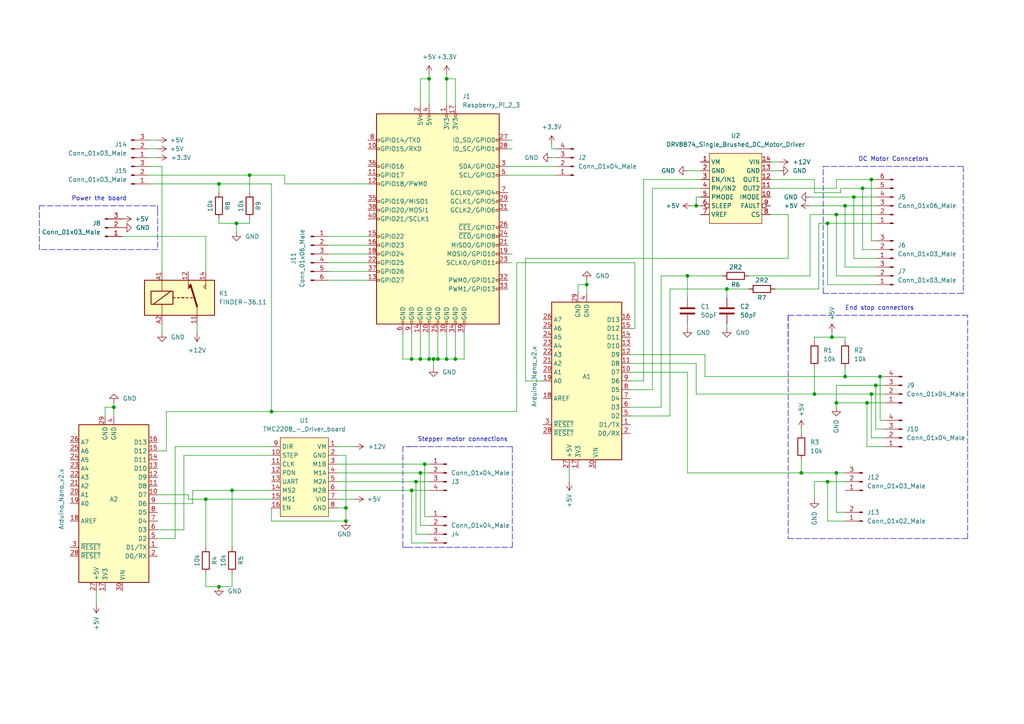
<source format=kicad_sch>
(kicad_sch (version 20211123) (generator eeschema)
  (paper "A4")
  (lib_symbols
    (symbol "Connector:Conn_01x02_Male" (pin_names (offset 1.016) hide)
      (property "Reference" "J" (at 0 2.54 0))
      (property "Value" "Conn_01x02_Male" (at 0 -5.08 0))
      (symbol "Conn_01x02_Male_1_1"
        (polyline (pts (xy 1.27 -2.54) (xy 0.8636 -2.54)) (stroke (width 0.1524)))
        (polyline (pts (xy 1.27 0) (xy 0.8636 0)) (stroke (width 0.1524)))
        (rectangle (start 0.8636 -2.413) (end 0 -2.667) (stroke (width 0.1524)) (fill (type outline)))
        (rectangle (start 0.8636 0.127) (end 0 -0.127) (stroke (width 0.1524)) (fill (type outline)))
        (pin passive line (at 5.08 0 180) (length 3.81) (name "Pin_1") (number "1"))
        (pin passive line (at 5.08 -2.54 180) (length 3.81) (name "Pin_2") (number "2"))
      )
    )
    (symbol "Connector:Conn_01x03_Male" (pin_names (offset 1.016) hide)
      (property "Reference" "J" (at 0 5.08 0))
      (property "Value" "Conn_01x03_Male" (at 0 -5.08 0))
      (symbol "Conn_01x03_Male_1_1"
        (polyline (pts (xy 1.27 -2.54) (xy 0.8636 -2.54)) (stroke (width 0.1524)))
        (polyline (pts (xy 1.27 0) (xy 0.8636 0)) (stroke (width 0.1524)))
        (polyline (pts (xy 1.27 2.54) (xy 0.8636 2.54)) (stroke (width 0.1524)))
        (rectangle (start 0.8636 -2.413) (end 0 -2.667) (stroke (width 0.1524)) (fill (type outline)))
        (rectangle (start 0.8636 0.127) (end 0 -0.127) (stroke (width 0.1524)) (fill (type outline)))
        (rectangle (start 0.8636 2.667) (end 0 2.413) (stroke (width 0.1524)) (fill (type outline)))
        (pin passive line (at 5.08 2.54 180) (length 3.81) (name "Pin_1") (number "1"))
        (pin passive line (at 5.08 0 180) (length 3.81) (name "Pin_2") (number "2"))
        (pin passive line (at 5.08 -2.54 180) (length 3.81) (name "Pin_3") (number "3"))
      )
    )
    (symbol "Connector:Conn_01x04_Male" (pin_names (offset 1.016) hide)
      (property "Reference" "J" (at 0 5.08 0))
      (property "Value" "Conn_01x04_Male" (at 0 -7.62 0))
      (symbol "Conn_01x04_Male_1_1"
        (polyline (pts (xy 1.27 -5.08) (xy 0.8636 -5.08)) (stroke (width 0.1524)))
        (polyline (pts (xy 1.27 -2.54) (xy 0.8636 -2.54)) (stroke (width 0.1524)))
        (polyline (pts (xy 1.27 0) (xy 0.8636 0)) (stroke (width 0.1524)))
        (polyline (pts (xy 1.27 2.54) (xy 0.8636 2.54)) (stroke (width 0.1524)))
        (rectangle (start 0.8636 -4.953) (end 0 -5.207) (stroke (width 0.1524)) (fill (type outline)))
        (rectangle (start 0.8636 -2.413) (end 0 -2.667) (stroke (width 0.1524)) (fill (type outline)))
        (rectangle (start 0.8636 0.127) (end 0 -0.127) (stroke (width 0.1524)) (fill (type outline)))
        (rectangle (start 0.8636 2.667) (end 0 2.413) (stroke (width 0.1524)) (fill (type outline)))
        (pin passive line (at 5.08 2.54 180) (length 3.81) (name "Pin_1") (number "1"))
        (pin passive line (at 5.08 0 180) (length 3.81) (name "Pin_2") (number "2"))
        (pin passive line (at 5.08 -2.54 180) (length 3.81) (name "Pin_3") (number "3"))
        (pin passive line (at 5.08 -5.08 180) (length 3.81) (name "Pin_4") (number "4"))
      )
    )
    (symbol "Connector:Conn_01x06_Male" (pin_names (offset 1.016) hide)
      (property "Reference" "J" (at 0 7.62 0))
      (property "Value" "Conn_01x06_Male" (at 0 -10.16 0))
      (symbol "Conn_01x06_Male_1_1"
        (polyline (pts (xy 1.27 -7.62) (xy 0.8636 -7.62)) (stroke (width 0.1524)))
        (polyline (pts (xy 1.27 -5.08) (xy 0.8636 -5.08)) (stroke (width 0.1524)))
        (polyline (pts (xy 1.27 -2.54) (xy 0.8636 -2.54)) (stroke (width 0.1524)))
        (polyline (pts (xy 1.27 0) (xy 0.8636 0)) (stroke (width 0.1524)))
        (polyline (pts (xy 1.27 2.54) (xy 0.8636 2.54)) (stroke (width 0.1524)))
        (polyline (pts (xy 1.27 5.08) (xy 0.8636 5.08)) (stroke (width 0.1524)))
        (rectangle (start 0.8636 -7.493) (end 0 -7.747) (stroke (width 0.1524)) (fill (type outline)))
        (rectangle (start 0.8636 -4.953) (end 0 -5.207) (stroke (width 0.1524)) (fill (type outline)))
        (rectangle (start 0.8636 -2.413) (end 0 -2.667) (stroke (width 0.1524)) (fill (type outline)))
        (rectangle (start 0.8636 0.127) (end 0 -0.127) (stroke (width 0.1524)) (fill (type outline)))
        (rectangle (start 0.8636 2.667) (end 0 2.413) (stroke (width 0.1524)) (fill (type outline)))
        (rectangle (start 0.8636 5.207) (end 0 4.953) (stroke (width 0.1524)) (fill (type outline)))
        (pin passive line (at 5.08 5.08 180) (length 3.81) (name "Pin_1") (number "1"))
        (pin passive line (at 5.08 2.54 180) (length 3.81) (name "Pin_2") (number "2"))
        (pin passive line (at 5.08 0 180) (length 3.81) (name "Pin_3") (number "3"))
        (pin passive line (at 5.08 -2.54 180) (length 3.81) (name "Pin_4") (number "4"))
        (pin passive line (at 5.08 -5.08 180) (length 3.81) (name "Pin_5") (number "5"))
        (pin passive line (at 5.08 -7.62 180) (length 3.81) (name "Pin_6") (number "6"))
      )
    )
    (symbol "Connector:Raspberry_Pi_2_3" (pin_names (offset 1.016))
      (property "Reference" "J" (at -17.78 31.75 0))
      (property "Value" "Raspberry_Pi_2_3" (at 10.16 -31.75 0))
      (symbol "Raspberry_Pi_2_3_0_1"
        (rectangle (start -17.78 30.48) (end 17.78 -30.48) (stroke (width 0.254)) (fill (type background)))
      )
      (symbol "Raspberry_Pi_2_3_1_1"
        (rectangle (start -16.891 -17.526) (end -17.78 -18.034))
        (rectangle (start -16.891 -14.986) (end -17.78 -15.494))
        (rectangle (start -16.891 -12.446) (end -17.78 -12.954))
        (rectangle (start -16.891 -9.906) (end -17.78 -10.414))
        (rectangle (start -16.891 -7.366) (end -17.78 -7.874))
        (rectangle (start -16.891 -4.826) (end -17.78 -5.334))
        (rectangle (start -16.891 0.254) (end -17.78 -0.254))
        (rectangle (start -16.891 2.794) (end -17.78 2.286))
        (rectangle (start -16.891 5.334) (end -17.78 4.826))
        (rectangle (start -16.891 10.414) (end -17.78 9.906))
        (rectangle (start -16.891 12.954) (end -17.78 12.446))
        (rectangle (start -16.891 15.494) (end -17.78 14.986))
        (rectangle (start -16.891 20.574) (end -17.78 20.066))
        (rectangle (start -16.891 23.114) (end -17.78 22.606))
        (rectangle (start -10.414 -29.591) (end -9.906 -30.48))
        (rectangle (start -7.874 -29.591) (end -7.366 -30.48))
        (rectangle (start -5.334 -29.591) (end -4.826 -30.48))
        (rectangle (start -5.334 30.48) (end -4.826 29.591))
        (rectangle (start -2.794 -29.591) (end -2.286 -30.48))
        (rectangle (start -2.794 30.48) (end -2.286 29.591))
        (rectangle (start -0.254 -29.591) (end 0.254 -30.48))
        (rectangle (start 2.286 -29.591) (end 2.794 -30.48))
        (rectangle (start 2.286 30.48) (end 2.794 29.591))
        (rectangle (start 4.826 -29.591) (end 5.334 -30.48))
        (rectangle (start 4.826 30.48) (end 5.334 29.591))
        (rectangle (start 7.366 -29.591) (end 7.874 -30.48))
        (rectangle (start 17.78 -20.066) (end 16.891 -20.574))
        (rectangle (start 17.78 -17.526) (end 16.891 -18.034))
        (rectangle (start 17.78 -12.446) (end 16.891 -12.954))
        (rectangle (start 17.78 -9.906) (end 16.891 -10.414))
        (rectangle (start 17.78 -7.366) (end 16.891 -7.874))
        (rectangle (start 17.78 -4.826) (end 16.891 -5.334))
        (rectangle (start 17.78 -2.286) (end 16.891 -2.794))
        (rectangle (start 17.78 2.794) (end 16.891 2.286))
        (rectangle (start 17.78 5.334) (end 16.891 4.826))
        (rectangle (start 17.78 7.874) (end 16.891 7.366))
        (rectangle (start 17.78 12.954) (end 16.891 12.446))
        (rectangle (start 17.78 15.494) (end 16.891 14.986))
        (rectangle (start 17.78 20.574) (end 16.891 20.066))
        (rectangle (start 17.78 23.114) (end 16.891 22.606))
        (pin power_in line (at 2.54 33.02 270) (length 2.54) (name "3V3") (number "1"))
        (pin bidirectional line (at -20.32 20.32 0) (length 2.54) (name "GPIO15/RXD") (number "10"))
        (pin bidirectional line (at -20.32 12.7 0) (length 2.54) (name "GPIO17") (number "11"))
        (pin bidirectional line (at -20.32 10.16 0) (length 2.54) (name "GPIO18/PWM0") (number "12"))
        (pin bidirectional line (at -20.32 -17.78 0) (length 2.54) (name "GPIO27") (number "13"))
        (pin power_in line (at -5.08 -33.02 90) (length 2.54) (name "GND") (number "14"))
        (pin bidirectional line (at -20.32 -5.08 0) (length 2.54) (name "GPIO22") (number "15"))
        (pin bidirectional line (at -20.32 -7.62 0) (length 2.54) (name "GPIO23") (number "16"))
        (pin power_in line (at 5.08 33.02 270) (length 2.54) (name "3V3") (number "17"))
        (pin bidirectional line (at -20.32 -10.16 0) (length 2.54) (name "GPIO24") (number "18"))
        (pin bidirectional line (at 20.32 -10.16 180) (length 2.54) (name "MOSI0/GPIO10") (number "19"))
        (pin power_in line (at -5.08 33.02 270) (length 2.54) (name "5V") (number "2"))
        (pin power_in line (at -2.54 -33.02 90) (length 2.54) (name "GND") (number "20"))
        (pin bidirectional line (at 20.32 -7.62 180) (length 2.54) (name "MISO0/GPIO9") (number "21"))
        (pin bidirectional line (at -20.32 -12.7 0) (length 2.54) (name "GPIO25") (number "22"))
        (pin bidirectional line (at 20.32 -12.7 180) (length 2.54) (name "SCLK0/GPIO11") (number "23"))
        (pin bidirectional line (at 20.32 -5.08 180) (length 2.54) (name "~{CE0}/GPIO8") (number "24"))
        (pin power_in line (at 0 -33.02 90) (length 2.54) (name "GND") (number "25"))
        (pin bidirectional line (at 20.32 -2.54 180) (length 2.54) (name "~{CE1}/GPIO7") (number "26"))
        (pin bidirectional line (at 20.32 22.86 180) (length 2.54) (name "ID_SD/GPIO0") (number "27"))
        (pin bidirectional line (at 20.32 20.32 180) (length 2.54) (name "ID_SC/GPIO1") (number "28"))
        (pin bidirectional line (at 20.32 5.08 180) (length 2.54) (name "GCLK1/GPIO5") (number "29"))
        (pin bidirectional line (at 20.32 15.24 180) (length 2.54) (name "SDA/GPIO2") (number "3"))
        (pin power_in line (at 2.54 -33.02 90) (length 2.54) (name "GND") (number "30"))
        (pin bidirectional line (at 20.32 2.54 180) (length 2.54) (name "GCLK2/GPIO6") (number "31"))
        (pin bidirectional line (at 20.32 -17.78 180) (length 2.54) (name "PWM0/GPIO12") (number "32"))
        (pin bidirectional line (at 20.32 -20.32 180) (length 2.54) (name "PWM1/GPIO13") (number "33"))
        (pin power_in line (at 5.08 -33.02 90) (length 2.54) (name "GND") (number "34"))
        (pin bidirectional line (at -20.32 5.08 0) (length 2.54) (name "GPIO19/MISO1") (number "35"))
        (pin bidirectional line (at -20.32 15.24 0) (length 2.54) (name "GPIO16") (number "36"))
        (pin bidirectional line (at -20.32 -15.24 0) (length 2.54) (name "GPIO26") (number "37"))
        (pin bidirectional line (at -20.32 2.54 0) (length 2.54) (name "GPIO20/MOSI1") (number "38"))
        (pin power_in line (at 7.62 -33.02 90) (length 2.54) (name "GND") (number "39"))
        (pin power_in line (at -2.54 33.02 270) (length 2.54) (name "5V") (number "4"))
        (pin bidirectional line (at -20.32 0 0) (length 2.54) (name "GPIO21/SCLK1") (number "40"))
        (pin bidirectional line (at 20.32 12.7 180) (length 2.54) (name "SCL/GPIO3") (number "5"))
        (pin power_in line (at -10.16 -33.02 90) (length 2.54) (name "GND") (number "6"))
        (pin bidirectional line (at 20.32 7.62 180) (length 2.54) (name "GCLK0/GPIO4") (number "7"))
        (pin bidirectional line (at -20.32 22.86 0) (length 2.54) (name "GPIO14/TXD") (number "8"))
        (pin power_in line (at -7.62 -33.02 90) (length 2.54) (name "GND") (number "9"))
      )
    )
    (symbol "Custom:DRV8874_Single_Brushed_DC_Motor_Driver"
      (property "Reference" "U" (at 1.27 12.7 0))
      (property "Value" "DRV8874_Single_Brushed_DC_Motor_Driver" (at 1.27 12.7 0))
      (symbol "DRV8874_Single_Brushed_DC_Motor_Driver_0_1"
        (rectangle (start 0 7.62) (end 15.24 -12.7) (fill (type background)))
      )
      (symbol "DRV8874_Single_Brushed_DC_Motor_Driver_1_1"
        (pin input line (at -2.54 5.08 0) (length 2.54) (name "VM") (number "1"))
        (pin input line (at 17.78 -5.08 180) (length 2.54) (name "IMODE") (number "10"))
        (pin input line (at 17.78 -2.54 180) (length 2.54) (name "OUT2") (number "11"))
        (pin input line (at 17.78 0 180) (length 2.54) (name "OUT1") (number "12"))
        (pin input line (at 17.78 2.54 180) (length 2.54) (name "GND") (number "13"))
        (pin input line (at 17.78 5.08 180) (length 2.54) (name "VIN") (number "14"))
        (pin input line (at -2.54 2.54 0) (length 2.54) (name "GND") (number "2"))
        (pin input line (at -2.54 0 0) (length 2.54) (name "EN/IN1") (number "3"))
        (pin input line (at -2.54 -2.54 0) (length 2.54) (name "PH/IN2") (number "4"))
        (pin input line (at -2.54 -5.08 0) (length 2.54) (name "PMODE") (number "5"))
        (pin input inverted (at -2.54 -7.62 0) (length 2.54) (name "SLEEP") (number "6"))
        (pin input line (at -2.54 -10.16 0) (length 2.54) (name "VREF") (number "7"))
        (pin input line (at 17.78 -10.16 180) (length 2.54) (name "CS") (number "8"))
        (pin input inverted (at 17.78 -7.62 180) (length 2.54) (name "FAULT") (number "9"))
      )
    )
    (symbol "Custom:TMC2208_-_Driver_board"
      (property "Reference" "U" (at 6.35 1.27 0))
      (property "Value" "TMC2208_-_Driver_board" (at 6.35 13.97 0))
      (symbol "TMC2208_-_Driver_board_0_1"
        (rectangle (start 0 11.43) (end 13.97 -11.43) (fill (type background)))
      )
      (symbol "TMC2208_-_Driver_board_1_1"
        (pin input line (at -2.54 8.89 0) (length 2.54) (name "VM") (number "1"))
        (pin input line (at 16.51 6.35 180) (length 2.54) (name "STEP") (number "10"))
        (pin input line (at 16.51 3.81 180) (length 2.54) (name "CLK") (number "11"))
        (pin input line (at 16.51 1.27 180) (length 2.54) (name "PDN") (number "12"))
        (pin input line (at 16.51 -1.27 180) (length 2.54) (name "UART") (number "13"))
        (pin input line (at 16.51 -3.81 180) (length 2.54) (name "MS2") (number "14"))
        (pin input line (at 16.51 -6.35 180) (length 2.54) (name "MS1") (number "15"))
        (pin input line (at 16.51 -8.89 180) (length 2.54) (name "EN") (number "16"))
        (pin input line (at -2.54 6.35 0) (length 2.54) (name "GND") (number "2"))
        (pin input line (at -2.54 3.81 0) (length 2.54) (name "M1B") (number "3"))
        (pin input line (at -2.54 1.27 0) (length 2.54) (name "M1A") (number "4"))
        (pin input line (at -2.54 -1.27 0) (length 2.54) (name "M2A") (number "5"))
        (pin input line (at -2.54 -3.81 0) (length 2.54) (name "M2B") (number "6"))
        (pin input line (at -2.54 -6.35 0) (length 2.54) (name "VIO") (number "7"))
        (pin input line (at -2.54 -8.89 0) (length 2.54) (name "GND") (number "8"))
        (pin input line (at 16.51 8.89 180) (length 2.54) (name "DIR") (number "9"))
      )
    )
    (symbol "Device:C" (pin_numbers hide) (pin_names (offset 0.254))
      (property "Reference" "C" (at 0.635 2.54 0))
      (property "Value" "C" (at 0.635 -2.54 0))
      (symbol "C_0_1"
        (polyline (pts (xy -2.032 -0.762) (xy 2.032 -0.762)) (stroke (width 0.508)))
        (polyline (pts (xy -2.032 0.762) (xy 2.032 0.762)) (stroke (width 0.508)))
      )
      (symbol "C_1_1"
        (pin passive line (at 0 3.81 270) (length 2.794) (name "~") (number "1"))
        (pin passive line (at 0 -3.81 90) (length 2.794) (name "~") (number "2"))
      )
    )
    (symbol "Device:R" (pin_numbers hide) (pin_names (offset 0))
      (property "Reference" "R" (at 2.032 0 90))
      (property "Value" "R" (at 0 0 90))
      (symbol "R_0_1"
        (rectangle (start -1.016 -2.54) (end 1.016 2.54) (stroke (width 0.254)))
      )
      (symbol "R_1_1"
        (pin passive line (at 0 3.81 270) (length 1.27) (name "~") (number "1"))
        (pin passive line (at 0 -3.81 90) (length 1.27) (name "~") (number "2"))
      )
    )
    (symbol "MCU_Module:Arduino_Nano_v2.x"
      (property "Reference" "A" (at -10.16 23.495 0))
      (property "Value" "Arduino_Nano_v2.x" (at 5.08 -24.13 0))
      (symbol "Arduino_Nano_v2.x_0_1"
        (rectangle (start -10.16 22.86) (end 10.16 -22.86) (stroke (width 0.254)) (fill (type background)))
      )
      (symbol "Arduino_Nano_v2.x_1_1"
        (pin bidirectional line (at -12.7 12.7 0) (length 2.54) (name "D1/TX") (number "1"))
        (pin bidirectional line (at -12.7 -2.54 0) (length 2.54) (name "D7") (number "10"))
        (pin bidirectional line (at -12.7 -5.08 0) (length 2.54) (name "D8") (number "11"))
        (pin bidirectional line (at -12.7 -7.62 0) (length 2.54) (name "D9") (number "12"))
        (pin bidirectional line (at -12.7 -10.16 0) (length 2.54) (name "D10") (number "13"))
        (pin bidirectional line (at -12.7 -12.7 0) (length 2.54) (name "D11") (number "14"))
        (pin bidirectional line (at -12.7 -15.24 0) (length 2.54) (name "D12") (number "15"))
        (pin bidirectional line (at -12.7 -17.78 0) (length 2.54) (name "D13") (number "16"))
        (pin power_out line (at 2.54 25.4 270) (length 2.54) (name "3V3") (number "17"))
        (pin input line (at 12.7 5.08 180) (length 2.54) (name "AREF") (number "18"))
        (pin bidirectional line (at 12.7 0 180) (length 2.54) (name "A0") (number "19"))
        (pin bidirectional line (at -12.7 15.24 0) (length 2.54) (name "D0/RX") (number "2"))
        (pin bidirectional line (at 12.7 -2.54 180) (length 2.54) (name "A1") (number "20"))
        (pin bidirectional line (at 12.7 -5.08 180) (length 2.54) (name "A2") (number "21"))
        (pin bidirectional line (at 12.7 -7.62 180) (length 2.54) (name "A3") (number "22"))
        (pin bidirectional line (at 12.7 -10.16 180) (length 2.54) (name "A4") (number "23"))
        (pin bidirectional line (at 12.7 -12.7 180) (length 2.54) (name "A5") (number "24"))
        (pin bidirectional line (at 12.7 -15.24 180) (length 2.54) (name "A6") (number "25"))
        (pin bidirectional line (at 12.7 -17.78 180) (length 2.54) (name "A7") (number "26"))
        (pin power_out line (at 5.08 25.4 270) (length 2.54) (name "+5V") (number "27"))
        (pin input line (at 12.7 15.24 180) (length 2.54) (name "~{RESET}") (number "28"))
        (pin power_in line (at 2.54 -25.4 90) (length 2.54) (name "GND") (number "29"))
        (pin input line (at 12.7 12.7 180) (length 2.54) (name "~{RESET}") (number "3"))
        (pin power_in line (at -2.54 25.4 270) (length 2.54) (name "VIN") (number "30"))
        (pin power_in line (at 0 -25.4 90) (length 2.54) (name "GND") (number "4"))
        (pin bidirectional line (at -12.7 10.16 0) (length 2.54) (name "D2") (number "5"))
        (pin bidirectional line (at -12.7 7.62 0) (length 2.54) (name "D3") (number "6"))
        (pin bidirectional line (at -12.7 5.08 0) (length 2.54) (name "D4") (number "7"))
        (pin bidirectional line (at -12.7 2.54 0) (length 2.54) (name "D5") (number "8"))
        (pin bidirectional line (at -12.7 0 0) (length 2.54) (name "D6") (number "9"))
      )
    )
    (symbol "Relay:FINDER-36.11"
      (property "Reference" "K" (at 11.43 3.81 0))
      (property "Value" "FINDER-36.11" (at 11.43 1.27 0))
      (symbol "FINDER-36.11_0_0"
        (polyline (pts (xy 2.54 3.81) (xy 2.54 5.08)))
        (polyline (pts (xy 7.62 3.81) (xy 7.62 5.08)))
        (polyline (pts (xy 7.62 3.81) (xy 7.62 2.54) (xy 6.985 3.175) (xy 7.62 3.81)))
      )
      (symbol "FINDER-36.11_0_1"
        (rectangle (start -10.16 5.08) (end 10.16 -5.08) (stroke (width 0.254)) (fill (type background)))
        (rectangle (start -8.255 1.905) (end -1.905 -1.905) (stroke (width 0.254)))
        (polyline (pts (xy -7.62 -1.905) (xy -2.54 1.905)) (stroke (width 0.254)))
        (polyline (pts (xy -5.08 -5.08) (xy -5.08 -1.905)))
        (polyline (pts (xy -5.08 5.08) (xy -5.08 1.905)))
        (polyline (pts (xy -1.905 0) (xy -1.27 0)) (stroke (width 0.254)))
        (polyline (pts (xy -0.635 0) (xy 0 0)) (stroke (width 0.254)))
        (polyline (pts (xy 0.635 0) (xy 1.27 0)) (stroke (width 0.254)))
        (polyline (pts (xy 0.635 0) (xy 1.27 0)) (stroke (width 0.254)))
        (polyline (pts (xy 1.905 0) (xy 2.54 0)) (stroke (width 0.254)))
        (polyline (pts (xy 3.175 0) (xy 3.81 0)) (stroke (width 0.254)))
        (polyline (pts (xy 5.08 -2.54) (xy 3.175 3.81)) (stroke (width 0.508)))
        (polyline (pts (xy 5.08 -2.54) (xy 5.08 -5.08)))
        (polyline (pts (xy 2.54 2.54) (xy 3.175 3.175) (xy 2.54 3.81)) (fill (type outline)))
      )
      (symbol "FINDER-36.11_1_1"
        (pin passive line (at 5.08 -7.62 90) (length 2.54) (name "~") (number "11"))
        (pin passive line (at 2.54 7.62 270) (length 2.54) (name "~") (number "12"))
        (pin passive line (at 7.62 7.62 270) (length 2.54) (name "~") (number "14"))
        (pin passive line (at -5.08 7.62 270) (length 2.54) (name "~") (number "A1"))
        (pin passive line (at -5.08 -7.62 90) (length 2.54) (name "~") (number "A2"))
      )
    )
    (symbol "power:+12V" (power) (pin_names (offset 0))
      (property "Value" "+12V" (at 0 3.556 0))
      (symbol "+12V_0_1"
        (polyline (pts (xy -0.762 1.27) (xy 0 2.54)))
        (polyline (pts (xy 0 0) (xy 0 2.54)))
        (polyline (pts (xy 0 2.54) (xy 0.762 1.27)))
      )
      (symbol "+12V_1_1"
        (pin power_in line (at 0 0 90) (length 0) hide (name "+12V") (number "1"))
      )
    )
    (symbol "power:+3.3V" (power) (pin_names (offset 0))
      (property "Value" "+3.3V" (at 0 3.556 0))
      (symbol "+3.3V_0_1"
        (polyline (pts (xy -0.762 1.27) (xy 0 2.54)))
        (polyline (pts (xy 0 0) (xy 0 2.54)))
        (polyline (pts (xy 0 2.54) (xy 0.762 1.27)))
      )
      (symbol "+3.3V_1_1"
        (pin power_in line (at 0 0 90) (length 0) hide (name "+3.3V") (number "1"))
      )
    )
    (symbol "power:+5V" (power) (pin_names (offset 0))
      (property "Value" "+5V" (at 0 3.556 0))
      (symbol "+5V_0_1"
        (polyline (pts (xy -0.762 1.27) (xy 0 2.54)))
        (polyline (pts (xy 0 0) (xy 0 2.54)))
        (polyline (pts (xy 0 2.54) (xy 0.762 1.27)))
      )
      (symbol "+5V_1_1"
        (pin power_in line (at 0 0 90) (length 0) hide (name "+5V") (number "1"))
      )
    )
    (symbol "power:GND" (power) (pin_names (offset 0))
      (property "Value" "GND" (at 0 -3.81 0))
      (symbol "GND_0_1"
        (polyline (pts (xy 0 0) (xy 0 -1.27) (xy 1.27 -1.27) (xy 0 -2.54) (xy -1.27 -1.27) (xy 0 -1.27)))
      )
      (symbol "GND_1_1"
        (pin power_in line (at 0 0 270) (length 0) hide (name "GND") (number "1"))
      )
    )
  )
  (junction (at 236.22 114.3))
  (junction (at 232.41 137.16))
  (junction (at 124.46 104.14))
  (junction (at 242.57 137.16))
  (junction (at 100.33 147.32))
  (junction (at 121.92 104.14))
  (junction (at 121.92 137.16))
  (junction (at 240.03 139.7))
  (junction (at 254 111.76))
  (junction (at 63.5 170.18))
  (junction (at 129.54 22.86))
  (junction (at 242.57 116.84))
  (junction (at 252.73 114.3))
  (junction (at 59.69 144.78))
  (junction (at 247.65 57.15))
  (junction (at 242.57 62.23))
  (junction (at 33.02 118.11))
  (junction (at 72.39 50.8))
  (junction (at 132.08 104.14))
  (junction (at 78.74 119.38))
  (junction (at 255.27 109.22))
  (junction (at 241.3 97.79))
  (junction (at 240.03 64.77))
  (junction (at 120.65 139.7))
  (junction (at 123.19 134.62))
  (junction (at 250.19 54.61))
  (junction (at 252.73 52.07))
  (junction (at 68.58 64.77))
  (junction (at 127 104.14))
  (junction (at 210.82 83.82))
  (junction (at 119.38 104.14))
  (junction (at 100.33 151.13))
  (junction (at 251.46 116.84))
  (junction (at 67.31 142.24))
  (junction (at 129.54 104.14))
  (junction (at 125.73 104.14))
  (junction (at 124.46 22.86))
  (junction (at 201.93 59.69))
  (junction (at 199.39 80.01))
  (junction (at 245.11 59.69))
  (junction (at 63.5 53.34))
  (junction (at 245.11 109.22))
  (junction (at 119.38 142.24))
  (junction (at 170.18 82.55))
  (wire (pts (xy 63.5 53.34) (xy 63.5 55.88)))
  (wire (pts (xy 54.61 144.78) (xy 54.61 143.51)))
  (polyline (pts (xy 228.6 91.44) (xy 228.6 101.6)))
  (wire (pts (xy 184.15 76.2) (xy 149.86 76.2)))
  (wire (pts (xy 78.74 147.32) (xy 78.74 151.13)))
  (polyline (pts (xy 238.76 85.09) (xy 279.4 85.09)))
  (wire (pts (xy 252.73 52.07) (xy 252.73 69.85)))
  (wire (pts (xy 119.38 142.24) (xy 124.46 142.24)))
  (wire (pts (xy 78.74 144.78) (xy 59.69 144.78)))
  (wire (pts (xy 152.4 110.49) (xy 157.48 110.49)))
  (polyline (pts (xy 280.67 156.21) (xy 280.67 91.44)))
  (wire (pts (xy 252.73 114.3) (xy 256.54 114.3)))
  (wire (pts (xy 46.99 48.26) (xy 46.99 78.74)))
  (wire (pts (xy 123.19 134.62) (xy 124.46 134.62)))
  (wire (pts (xy 199.39 107.95) (xy 182.88 107.95)))
  (wire (pts (xy 245.11 59.69) (xy 245.11 77.47)))
  (wire (pts (xy 165.1 135.89) (xy 165.1 139.7)))
  (wire (pts (xy 120.65 139.7) (xy 120.65 154.94)))
  (wire (pts (xy 100.33 132.08) (xy 100.33 147.32)))
  (wire (pts (xy 184.15 95.25) (xy 184.15 76.2)))
  (wire (pts (xy 124.46 21.59) (xy 124.46 22.86)))
  (wire (pts (xy 48.26 130.81) (xy 45.72 130.81)))
  (wire (pts (xy 63.5 64.77) (xy 68.58 64.77)))
  (wire (pts (xy 120.65 139.7) (xy 124.46 139.7)))
  (wire (pts (xy 119.38 157.48) (xy 124.46 157.48)))
  (wire (pts (xy 240.03 64.77) (xy 254 64.77)))
  (wire (pts (xy 124.46 22.86) (xy 124.46 30.48)))
  (wire (pts (xy 160.02 45.72) (xy 161.29 45.72)))
  (wire (pts (xy 236.22 97.79) (xy 236.22 99.06)))
  (wire (pts (xy 245.11 59.69) (xy 254 59.69)))
  (wire (pts (xy 223.52 54.61) (xy 242.57 54.61)))
  (wire (pts (xy 59.69 144.78) (xy 59.69 158.75)))
  (wire (pts (xy 234.95 62.23) (xy 242.57 62.23)))
  (wire (pts (xy 43.18 45.72) (xy 45.72 45.72)))
  (wire (pts (xy 194.31 83.82) (xy 210.82 83.82)))
  (wire (pts (xy 68.58 64.77) (xy 68.58 67.31)))
  (wire (pts (xy 255.27 109.22) (xy 256.54 109.22)))
  (wire (pts (xy 254 111.76) (xy 254 124.46)))
  (wire (pts (xy 250.19 54.61) (xy 250.19 72.39)))
  (wire (pts (xy 250.19 54.61) (xy 254 54.61)))
  (wire (pts (xy 200.66 59.69) (xy 201.93 59.69)))
  (wire (pts (xy 236.22 97.79) (xy 241.3 97.79)))
  (wire (pts (xy 147.32 73.66) (xy 148.59 73.66)))
  (wire (pts (xy 149.86 119.38) (xy 78.74 119.38)))
  (polyline (pts (xy 11.43 72.39) (xy 11.43 59.69)))
  (wire (pts (xy 210.82 83.82) (xy 217.17 83.82)))
  (polyline (pts (xy 45.72 60.96) (xy 45.72 72.39)))
  (wire (pts (xy 57.15 93.98) (xy 57.15 96.52)))
  (wire (pts (xy 186.69 52.07) (xy 186.69 110.49)))
  (wire (pts (xy 209.55 80.01) (xy 199.39 80.01)))
  (wire (pts (xy 189.23 54.61) (xy 189.23 113.03)))
  (wire (pts (xy 241.3 96.52) (xy 241.3 97.79)))
  (wire (pts (xy 194.31 120.65) (xy 182.88 120.65)))
  (wire (pts (xy 43.18 43.18) (xy 45.72 43.18)))
  (wire (pts (xy 95.25 76.2) (xy 106.68 76.2)))
  (wire (pts (xy 97.79 134.62) (xy 123.19 134.62)))
  (wire (pts (xy 46.99 93.98) (xy 46.99 96.52)))
  (wire (pts (xy 223.52 49.53) (xy 226.06 49.53)))
  (wire (pts (xy 67.31 170.18) (xy 63.5 170.18)))
  (wire (pts (xy 201.93 105.41) (xy 182.88 105.41)))
  (wire (pts (xy 116.84 96.52) (xy 116.84 104.14)))
  (wire (pts (xy 250.19 54.61) (xy 243.84 54.61)))
  (wire (pts (xy 95.25 71.12) (xy 106.68 71.12)))
  (wire (pts (xy 48.26 119.38) (xy 48.26 130.81)))
  (wire (pts (xy 243.84 55.88) (xy 236.22 55.88)))
  (wire (pts (xy 72.39 63.5) (xy 72.39 64.77)))
  (wire (pts (xy 33.02 116.84) (xy 33.02 118.11)))
  (wire (pts (xy 199.39 80.01) (xy 191.77 80.01)))
  (wire (pts (xy 119.38 142.24) (xy 119.38 157.48)))
  (wire (pts (xy 236.22 139.7) (xy 240.03 139.7)))
  (polyline (pts (xy 118.11 158.75) (xy 148.59 158.75)))
  (wire (pts (xy 201.93 114.3) (xy 201.93 105.41)))
  (wire (pts (xy 201.93 57.15) (xy 203.2 57.15)))
  (wire (pts (xy 119.38 104.14) (xy 121.92 104.14)))
  (wire (pts (xy 147.32 50.8) (xy 161.29 50.8)))
  (wire (pts (xy 50.8 129.54) (xy 78.74 129.54)))
  (wire (pts (xy 252.73 114.3) (xy 252.73 127)))
  (wire (pts (xy 132.08 30.48) (xy 132.08 22.86)))
  (wire (pts (xy 53.34 153.67) (xy 53.34 132.08)))
  (wire (pts (xy 204.47 109.22) (xy 204.47 102.87)))
  (wire (pts (xy 82.55 50.8) (xy 72.39 50.8)))
  (wire (pts (xy 123.19 149.86) (xy 124.46 149.86)))
  (wire (pts (xy 120.65 154.94) (xy 124.46 154.94)))
  (wire (pts (xy 242.57 116.84) (xy 242.57 111.76)))
  (wire (pts (xy 201.93 59.69) (xy 203.2 59.69)))
  (wire (pts (xy 242.57 111.76) (xy 254 111.76)))
  (polyline (pts (xy 228.6 156.21) (xy 280.67 156.21)))
  (wire (pts (xy 30.48 118.11) (xy 33.02 118.11)))
  (wire (pts (xy 129.54 96.52) (xy 129.54 104.14)))
  (wire (pts (xy 106.68 53.34) (xy 82.55 53.34)))
  (wire (pts (xy 170.18 82.55) (xy 170.18 85.09)))
  (wire (pts (xy 236.22 114.3) (xy 252.73 114.3)))
  (wire (pts (xy 203.2 52.07) (xy 186.69 52.07)))
  (wire (pts (xy 241.3 97.79) (xy 245.11 97.79)))
  (wire (pts (xy 242.57 116.84) (xy 251.46 116.84)))
  (wire (pts (xy 63.5 63.5) (xy 63.5 64.77)))
  (polyline (pts (xy 228.6 91.44) (xy 228.6 156.21)))
  (polyline (pts (xy 280.67 91.44) (xy 228.6 91.44)))
  (wire (pts (xy 240.03 151.13) (xy 240.03 139.7)))
  (wire (pts (xy 217.17 80.01) (xy 234.95 80.01)))
  (wire (pts (xy 245.11 99.06) (xy 245.11 97.79)))
  (wire (pts (xy 72.39 64.77) (xy 68.58 64.77)))
  (wire (pts (xy 234.95 59.69) (xy 245.11 59.69)))
  (wire (pts (xy 236.22 55.88) (xy 236.22 52.07)))
  (wire (pts (xy 210.82 95.25) (xy 210.82 93.98)))
  (wire (pts (xy 247.65 57.15) (xy 247.65 74.93)))
  (wire (pts (xy 242.57 137.16) (xy 232.41 137.16)))
  (wire (pts (xy 243.84 54.61) (xy 243.84 55.88)))
  (polyline (pts (xy 148.59 158.75) (xy 148.59 129.54)))
  (wire (pts (xy 228.6 74.93) (xy 152.4 74.93)))
  (wire (pts (xy 67.31 142.24) (xy 55.88 142.24)))
  (wire (pts (xy 147.32 43.18) (xy 148.59 43.18)))
  (wire (pts (xy 43.18 40.64) (xy 45.72 40.64)))
  (wire (pts (xy 43.18 48.26) (xy 46.99 48.26)))
  (wire (pts (xy 160.02 43.18) (xy 160.02 41.91)))
  (wire (pts (xy 35.56 68.58) (xy 59.69 68.58)))
  (wire (pts (xy 251.46 116.84) (xy 256.54 116.84)))
  (wire (pts (xy 55.88 146.05) (xy 45.72 146.05)))
  (polyline (pts (xy 148.59 129.54) (xy 118.11 129.54)))
  (wire (pts (xy 97.79 132.08) (xy 100.33 132.08)))
  (wire (pts (xy 242.57 148.59) (xy 242.57 137.16)))
  (wire (pts (xy 234.95 57.15) (xy 247.65 57.15)))
  (wire (pts (xy 236.22 52.07) (xy 223.52 52.07)))
  (wire (pts (xy 100.33 147.32) (xy 97.79 147.32)))
  (wire (pts (xy 199.39 95.25) (xy 199.39 93.98)))
  (wire (pts (xy 152.4 74.93) (xy 152.4 110.49)))
  (wire (pts (xy 119.38 96.52) (xy 119.38 104.14)))
  (wire (pts (xy 54.61 143.51) (xy 45.72 143.51)))
  (wire (pts (xy 72.39 50.8) (xy 72.39 55.88)))
  (wire (pts (xy 147.32 40.64) (xy 148.59 40.64)))
  (wire (pts (xy 116.84 104.14) (xy 119.38 104.14)))
  (wire (pts (xy 121.92 137.16) (xy 121.92 152.4)))
  (wire (pts (xy 63.5 53.34) (xy 78.74 53.34)))
  (wire (pts (xy 125.73 106.68) (xy 125.73 104.14)))
  (wire (pts (xy 78.74 142.24) (xy 67.31 142.24)))
  (wire (pts (xy 95.25 73.66) (xy 106.68 73.66)))
  (wire (pts (xy 167.64 85.09) (xy 167.64 82.55)))
  (wire (pts (xy 129.54 104.14) (xy 132.08 104.14)))
  (wire (pts (xy 167.64 82.55) (xy 170.18 82.55)))
  (wire (pts (xy 240.03 139.7) (xy 245.11 139.7)))
  (wire (pts (xy 245.11 109.22) (xy 255.27 109.22)))
  (wire (pts (xy 256.54 124.46) (xy 254 124.46)))
  (wire (pts (xy 189.23 113.03) (xy 182.88 113.03)))
  (wire (pts (xy 121.92 22.86) (xy 124.46 22.86)))
  (wire (pts (xy 236.22 106.68) (xy 236.22 114.3)))
  (wire (pts (xy 97.79 139.7) (xy 120.65 139.7)))
  (wire (pts (xy 242.57 80.01) (xy 254 80.01)))
  (wire (pts (xy 147.32 76.2) (xy 148.59 76.2)))
  (wire (pts (xy 123.19 134.62) (xy 123.19 149.86)))
  (wire (pts (xy 223.52 62.23) (xy 228.6 62.23)))
  (wire (pts (xy 129.54 22.86) (xy 129.54 30.48)))
  (wire (pts (xy 95.25 78.74) (xy 106.68 78.74)))
  (wire (pts (xy 129.54 21.59) (xy 129.54 22.86)))
  (polyline (pts (xy 279.4 48.26) (xy 279.4 85.09)))
  (wire (pts (xy 121.92 22.86) (xy 121.92 30.48)))
  (wire (pts (xy 134.62 96.52) (xy 134.62 104.14)))
  (wire (pts (xy 242.57 62.23) (xy 242.57 80.01)))
  (polyline (pts (xy 238.76 85.09) (xy 238.76 48.26)))
  (wire (pts (xy 252.73 52.07) (xy 254 52.07)))
  (wire (pts (xy 33.02 118.11) (xy 33.02 120.65)))
  (wire (pts (xy 223.52 46.99) (xy 226.06 46.99)))
  (wire (pts (xy 127 96.52) (xy 127 104.14)))
  (wire (pts (xy 228.6 62.23) (xy 228.6 74.93)))
  (wire (pts (xy 53.34 132.08) (xy 78.74 132.08)))
  (wire (pts (xy 254 111.76) (xy 256.54 111.76)))
  (wire (pts (xy 161.29 43.18) (xy 160.02 43.18)))
  (wire (pts (xy 256.54 129.54) (xy 251.46 129.54)))
  (wire (pts (xy 234.95 80.01) (xy 234.95 62.23)))
  (wire (pts (xy 45.72 153.67) (xy 53.34 153.67)))
  (wire (pts (xy 245.11 77.47) (xy 254 77.47)))
  (wire (pts (xy 224.79 83.82) (xy 237.49 83.82)))
  (wire (pts (xy 242.57 52.07) (xy 252.73 52.07)))
  (wire (pts (xy 78.74 151.13) (xy 100.33 151.13)))
  (wire (pts (xy 194.31 83.82) (xy 194.31 120.65)))
  (wire (pts (xy 201.93 114.3) (xy 236.22 114.3)))
  (wire (pts (xy 201.93 59.69) (xy 201.93 57.15)))
  (wire (pts (xy 59.69 166.37) (xy 59.69 170.18)))
  (wire (pts (xy 97.79 142.24) (xy 119.38 142.24)))
  (wire (pts (xy 78.74 53.34) (xy 78.74 119.38)))
  (wire (pts (xy 50.8 156.21) (xy 50.8 129.54)))
  (wire (pts (xy 27.94 171.45) (xy 27.94 175.26)))
  (wire (pts (xy 237.49 64.77) (xy 240.03 64.77)))
  (wire (pts (xy 255.27 121.92) (xy 255.27 109.22)))
  (wire (pts (xy 256.54 127) (xy 252.73 127)))
  (wire (pts (xy 245.11 148.59) (xy 242.57 148.59)))
  (wire (pts (xy 240.03 64.77) (xy 240.03 82.55)))
  (polyline (pts (xy 116.84 158.75) (xy 118.11 158.75)))
  (wire (pts (xy 43.18 53.34) (xy 63.5 53.34)))
  (wire (pts (xy 121.92 152.4) (xy 124.46 152.4)))
  (wire (pts (xy 242.57 54.61) (xy 242.57 52.07)))
  (wire (pts (xy 242.57 118.11) (xy 242.57 116.84)))
  (wire (pts (xy 78.74 119.38) (xy 48.26 119.38)))
  (wire (pts (xy 250.19 72.39) (xy 254 72.39)))
  (wire (pts (xy 67.31 142.24) (xy 67.31 158.75)))
  (wire (pts (xy 132.08 96.52) (xy 132.08 104.14)))
  (wire (pts (xy 199.39 49.53) (xy 203.2 49.53)))
  (wire (pts (xy 252.73 69.85) (xy 254 69.85)))
  (wire (pts (xy 245.11 151.13) (xy 240.03 151.13)))
  (wire (pts (xy 95.25 81.28) (xy 106.68 81.28)))
  (wire (pts (xy 242.57 62.23) (xy 254 62.23)))
  (wire (pts (xy 127 104.14) (xy 129.54 104.14)))
  (wire (pts (xy 245.11 137.16) (xy 242.57 137.16)))
  (wire (pts (xy 199.39 137.16) (xy 199.39 107.95)))
  (wire (pts (xy 124.46 104.14) (xy 125.73 104.14)))
  (wire (pts (xy 240.03 82.55) (xy 254 82.55)))
  (wire (pts (xy 121.92 137.16) (xy 124.46 137.16)))
  (wire (pts (xy 199.39 80.01) (xy 199.39 86.36)))
  (wire (pts (xy 256.54 121.92) (xy 255.27 121.92)))
  (wire (pts (xy 210.82 83.82) (xy 210.82 86.36)))
  (wire (pts (xy 247.65 74.93) (xy 254 74.93)))
  (polyline (pts (xy 119.38 129.54) (xy 116.84 129.54)))
  (wire (pts (xy 59.69 170.18) (xy 63.5 170.18)))
  (wire (pts (xy 245.11 106.68) (xy 245.11 109.22)))
  (polyline (pts (xy 11.43 59.69) (xy 45.72 59.69)))
  (wire (pts (xy 121.92 104.14) (xy 124.46 104.14)))
  (wire (pts (xy 124.46 96.52) (xy 124.46 104.14)))
  (wire (pts (xy 191.77 118.11) (xy 182.88 118.11)))
  (wire (pts (xy 232.41 124.46) (xy 232.41 125.73)))
  (wire (pts (xy 237.49 83.82) (xy 237.49 64.77)))
  (wire (pts (xy 59.69 144.78) (xy 54.61 144.78)))
  (wire (pts (xy 72.39 50.8) (xy 43.18 50.8)))
  (polyline (pts (xy 45.72 72.39) (xy 11.43 72.39)))
  (wire (pts (xy 45.72 156.21) (xy 50.8 156.21)))
  (wire (pts (xy 129.54 22.86) (xy 132.08 22.86)))
  (wire (pts (xy 59.69 68.58) (xy 59.69 78.74)))
  (polyline (pts (xy 238.76 48.26) (xy 279.4 48.26)))
  (wire (pts (xy 121.92 96.52) (xy 121.92 104.14)))
  (wire (pts (xy 247.65 57.15) (xy 254 57.15)))
  (polyline (pts (xy 116.84 129.54) (xy 116.84 158.75)))
  (polyline (pts (xy 45.72 59.69) (xy 45.72 60.96)))
  (wire (pts (xy 132.08 104.14) (xy 134.62 104.14)))
  (wire (pts (xy 100.33 151.13) (xy 100.33 147.32)))
  (wire (pts (xy 182.88 95.25) (xy 184.15 95.25)))
  (wire (pts (xy 97.79 144.78) (xy 102.87 144.78)))
  (wire (pts (xy 204.47 109.22) (xy 245.11 109.22)))
  (wire (pts (xy 236.22 144.78) (xy 236.22 139.7)))
  (wire (pts (xy 251.46 129.54) (xy 251.46 116.84)))
  (wire (pts (xy 97.79 129.54) (xy 102.87 129.54)))
  (wire (pts (xy 30.48 120.65) (xy 30.48 118.11)))
  (wire (pts (xy 189.23 54.61) (xy 203.2 54.61)))
  (wire (pts (xy 147.32 48.26) (xy 161.29 48.26)))
  (wire (pts (xy 204.47 102.87) (xy 182.88 102.87)))
  (wire (pts (xy 67.31 166.37) (xy 67.31 170.18)))
  (wire (pts (xy 232.41 137.16) (xy 232.41 133.35)))
  (wire (pts (xy 199.39 137.16) (xy 232.41 137.16)))
  (wire (pts (xy 125.73 104.14) (xy 127 104.14)))
  (wire (pts (xy 82.55 53.34) (xy 82.55 50.8)))
  (wire (pts (xy 97.79 137.16) (xy 121.92 137.16)))
  (wire (pts (xy 186.69 110.49) (xy 182.88 110.49)))
  (wire (pts (xy 95.25 68.58) (xy 106.68 68.58)))
  (wire (pts (xy 170.18 81.28) (xy 170.18 82.55)))
  (wire (pts (xy 149.86 76.2) (xy 149.86 119.38)))
  (wire (pts (xy 55.88 142.24) (xy 55.88 146.05)))
  (wire (pts (xy 191.77 80.01) (xy 191.77 118.11)))
  (text "Power the board\n" (at 36.83 58.42 180) (effects (font (size 1.27 1.27)) (justify right bottom)))
  (text "DC Motor Conncetors\n" (at 248.92 46.99 0) (effects (font (size 1.27 1.27)) (justify left bottom)))
  (text "End stop connectors\n" (at 245.11 90.17 0) (effects (font (size 1.27 1.27)) (justify left bottom)))
  (text "Stepper motor connections\n" (at 147.32 128.27 180) (effects (font (size 1.27 1.27)) (justify right bottom)))
  (symbol (lib_id "power:+5V") (at 35.56 63.5 270) (mirror x) (unit 1)
    (property "Reference" "#PWR0118" (effects hide))
    (property "Value" "+5V" (at 43.18 63.5 90) (effects (justify right)))
  )
  (symbol (lib_id "Device:R") (at 236.22 102.87 0) (unit 1)
    (property "Reference" "R1" (at 238.76 101.5999 0) (effects (justify left)))
    (property "Value" "10k" (at 238.76 104.1399 0) (effects (justify left)))
    (property "Footprint" "Resistor_THT:R_Axial_DIN0207_L6.3mm_D2.5mm_P10.16mm_Horizontal" (effects hide))
  )
  (symbol (lib_id "Connector:Conn_01x04_Male") (at 166.37 48.26 180) (unit 1)
    (property "Reference" "J2" (at 167.64 45.7199 0) (effects (justify right)))
    (property "Value" "Conn_01x04_Male" (at 167.64 48.2599 0) (effects (justify right)))
    (property "Footprint" "Connector_PinHeader_2.54mm:PinHeader_1x04_P2.54mm_Vertical" (effects hide))
  )
  (symbol (lib_id "Connector:Conn_01x06_Male") (at 259.08 59.69 180) (unit 1)
    (property "Reference" "J5" (at 260.35 57.1499 0) (effects (justify right)))
    (property "Value" "Conn_01x06_Male" (at 260.35 59.6899 0) (effects (justify right)))
    (property "Footprint" "Connector_PinHeader_2.54mm:PinHeader_1x06_P2.54mm_Vertical" (effects hide))
  )
  (symbol (lib_id "MCU_Module:Arduino_Nano_v2.x") (at 33.02 146.05 180) (unit 1)
    (property "Reference" "A2" (at 31.75 144.78 0) (effects (justify right)))
    (property "Value" "Arduino_Nano_v2.x" (at 17.78 153.67 90) (effects (justify right)))
    (property "Footprint" "Module:Arduino_Nano" (effects hide))
    (property "Datasheet" "https://www.arduino.cc/en/uploads/Main/ArduinoNanoManual23.pdf" (effects hide))
  )
  (symbol (lib_id "power:GND") (at 33.02 116.84 180) (unit 1)
    (property "Reference" "#PWR0102" (effects hide))
    (property "Value" "GND" (at 35.56 115.5699 0) (effects (justify right)))
  )
  (symbol (lib_id "power:+5V") (at 165.1 139.7 180) (unit 1)
    (property "Reference" "#PWR0124" (effects hide))
    (property "Value" "+5V" (at 165.1 147.32 90) (effects (justify right)))
  )
  (symbol (lib_id "power:+5V") (at 45.72 40.64 270) (unit 1)
    (property "Reference" "#PWR0131" (effects hide))
    (property "Value" "+5V" (at 53.34 40.64 90) (effects (justify right)))
  )
  (symbol (lib_id "power:GND") (at 226.06 49.53 90) (unit 1)
    (property "Reference" "#PWR0111" (effects hide))
    (property "Value" "GND" (at 229.87 49.5299 90) (effects (justify right)))
  )
  (symbol (lib_id "Connector:Conn_01x03_Male") (at 250.19 139.7 180) (unit 1)
    (property "Reference" "J12" (at 251.46 138.4299 0) (effects (justify right)))
    (property "Value" "Conn_01x03_Male" (at 251.46 140.9699 0) (effects (justify right)))
    (property "Footprint" "Connector_Phoenix_MC:PhoenixContact_MC_1,5_3-G-3.5_1x03_P3.50mm_Horizontal" (effects hide))
  )
  (symbol (lib_id "power:GND") (at 35.56 66.04 90) (mirror x) (unit 1)
    (property "Reference" "#PWR0119" (effects hide))
    (property "Value" "GND" (at 39.37 66.0401 90) (effects (justify right)))
  )
  (symbol (lib_id "power:GND") (at 170.18 81.28 180) (unit 1)
    (property "Reference" "#PWR0125" (effects hide))
    (property "Value" "GND" (at 172.72 80.0099 0) (effects (justify right)))
  )
  (symbol (lib_id "power:+12V") (at 57.15 96.52 0) (mirror x) (unit 1)
    (property "Reference" "#PWR0117" (effects hide))
    (property "Value" "+12V" (at 57.15 101.6 0))
  )
  (symbol (lib_id "power:GND") (at 125.73 106.68 0) (unit 1)
    (property "Reference" "#PWR0109" (effects hide))
    (property "Value" "GND" (at 128.27 107.9499 0) (effects (justify left)))
  )
  (symbol (lib_id "power:+5V") (at 234.95 59.69 90) (unit 1)
    (property "Reference" "#PWR0113" (effects hide))
    (property "Value" "+5V" (at 227.33 59.69 90) (effects (justify right)))
  )
  (symbol (lib_id "Device:R") (at 213.36 80.01 90) (unit 1)
    (property "Reference" "R6" (at 213.36 82.55 90))
    (property "Value" "2R2" (at 213.36 77.47 90))
    (property "Footprint" "Resistor_THT:R_Axial_DIN0207_L6.3mm_D2.5mm_P10.16mm_Horizontal" (effects hide))
  )
  (symbol (lib_id "MCU_Module:Arduino_Nano_v2.x") (at 170.18 110.49 180) (unit 1)
    (property "Reference" "A1" (at 168.91 109.22 0) (effects (justify right)))
    (property "Value" "Arduino_Nano_v2.x" (at 154.94 118.11 90) (effects (justify right)))
    (property "Footprint" "Module:Arduino_Nano" (effects hide))
    (property "Datasheet" "https://www.arduino.cc/en/uploads/Main/ArduinoNanoManual23.pdf" (effects hide))
  )
  (symbol (lib_id "Connector:Conn_01x03_Male") (at 259.08 80.01 180) (unit 1)
    (property "Reference" "J7" (at 260.35 78.7399 0) (effects (justify right)))
    (property "Value" "Conn_01x03_Male" (at 260.35 81.2799 0) (effects (justify right)))
    (property "Footprint" "Connector_Phoenix_MC:PhoenixContact_MC_1,5_3-G-3.5_1x03_P3.50mm_Horizontal" (effects hide))
  )
  (symbol (lib_id "power:GND") (at 68.58 67.31 0) (unit 1)
    (property "Reference" "#PWR0133" (effects hide))
    (property "Value" "GND" (at 71.12 68.5799 0) (effects (justify left)))
  )
  (symbol (lib_id "power:+3.3V") (at 129.54 21.59 0) (unit 1)
    (property "Reference" "#PWR0107" (effects hide))
    (property "Value" "+3.3V" (at 129.54 16.51 0))
  )
  (symbol (lib_id "power:GND") (at 242.57 118.11 0) (unit 1)
    (property "Reference" "#PWR0121" (effects hide))
    (property "Value" "GND" (at 242.57 125.73 90) (effects (justify left)))
  )
  (symbol (lib_id "power:+12V") (at 226.06 46.99 270) (unit 1)
    (property "Reference" "#PWR0112" (effects hide))
    (property "Value" "+12V" (at 229.87 46.9899 90) (effects (justify left)))
  )
  (symbol (lib_id "Device:R") (at 72.39 59.69 180) (unit 1)
    (property "Reference" "R9" (at 74.93 59.69 90))
    (property "Value" "10k" (at 69.85 59.69 90))
    (property "Footprint" "Resistor_THT:R_Axial_DIN0207_L6.3mm_D2.5mm_P10.16mm_Horizontal" (effects hide))
  )
  (symbol (lib_id "power:+5V") (at 241.3 96.52 0) (unit 1)
    (property "Reference" "#PWR0120" (effects hide))
    (property "Value" "+5V" (at 241.3 88.9 90) (effects (justify right)))
  )
  (symbol (lib_id "power:GND") (at 63.5 170.18 0) (unit 1)
    (property "Reference" "#PWR0128" (effects hide))
    (property "Value" "GND" (at 66.04 171.4499 0) (effects (justify left)))
  )
  (symbol (lib_id "Connector:Conn_01x04_Male") (at 261.62 114.3 180) (unit 1)
    (property "Reference" "J9" (at 262.89 111.7599 0) (effects (justify right)))
    (property "Value" "Conn_01x04_Male" (at 262.89 114.2999 0) (effects (justify right)))
    (property "Footprint" "Connector_Phoenix_MC:PhoenixContact_MC_1,5_4-G-3.5_1x04_P3.50mm_Horizontal" (effects hide))
  )
  (symbol (lib_id "power:+5V") (at 27.94 175.26 180) (unit 1)
    (property "Reference" "#PWR0101" (effects hide))
    (property "Value" "+5V" (at 27.94 182.88 90) (effects (justify right)))
  )
  (symbol (lib_id "Connector:Conn_01x03_Male") (at 259.08 72.39 180) (unit 1)
    (property "Reference" "J6" (at 260.35 71.1199 0) (effects (justify right)))
    (property "Value" "Conn_01x03_Male" (at 260.35 73.6599 0) (effects (justify right)))
    (property "Footprint" "Connector_Phoenix_MC:PhoenixContact_MC_1,5_3-G-3.5_1x03_P3.50mm_Horizontal" (effects hide))
  )
  (symbol (lib_id "power:GND") (at 46.99 96.52 0) (unit 1)
    (property "Reference" "#PWR0129" (effects hide))
    (property "Value" "GND" (at 49.53 97.7899 0) (effects (justify left)))
  )
  (symbol (lib_id "power:+12V") (at 102.87 129.54 270) (unit 1)
    (property "Reference" "#PWR0126" (effects hide))
    (property "Value" "+12V" (at 106.68 129.5399 90) (effects (justify left)))
  )
  (symbol (lib_id "power:GND") (at 199.39 49.53 270) (unit 1)
    (property "Reference" "#PWR0110" (effects hide))
    (property "Value" "GND" (at 191.77 49.53 90) (effects (justify left)))
  )
  (symbol (lib_id "power:+3.3V") (at 160.02 41.91 0) (unit 1)
    (property "Reference" "#PWR0106" (effects hide))
    (property "Value" "+3.3V" (at 160.02 36.83 0))
  )
  (symbol (lib_id "power:+5V") (at 124.46 21.59 0) (unit 1)
    (property "Reference" "#PWR0108" (effects hide))
    (property "Value" "+5V" (at 124.46 16.51 0))
  )
  (symbol (lib_id "Device:R") (at 63.5 59.69 180) (unit 1)
    (property "Reference" "R8" (at 66.04 59.69 90))
    (property "Value" "10k" (at 60.96 59.69 90))
    (property "Footprint" "Resistor_THT:R_Axial_DIN0207_L6.3mm_D2.5mm_P10.16mm_Horizontal" (effects hide))
  )
  (symbol (lib_id "Device:R") (at 232.41 129.54 0) (unit 1)
    (property "Reference" "R3" (at 234.95 128.2699 0) (effects (justify left)))
    (property "Value" "10k" (at 234.95 130.8099 0) (effects (justify left)))
    (property "Footprint" "Resistor_THT:R_Axial_DIN0207_L6.3mm_D2.5mm_P10.16mm_Horizontal" (effects hide))
  )
  (symbol (lib_id "power:GND") (at 160.02 45.72 270) (unit 1)
    (property "Reference" "#PWR0105" (effects hide))
    (property "Value" "GND" (at 156.21 45.7199 90) (effects (justify right)))
  )
  (symbol (lib_id "Device:R") (at 245.11 102.87 0) (unit 1)
    (property "Reference" "R2" (at 247.65 101.5999 0) (effects (justify left)))
    (property "Value" "10k" (at 247.65 104.1399 0) (effects (justify left)))
    (property "Footprint" "Resistor_THT:R_Axial_DIN0207_L6.3mm_D2.5mm_P10.16mm_Horizontal" (effects hide))
  )
  (symbol (lib_id "power:+5V") (at 232.41 124.46 0) (unit 1)
    (property "Reference" "#PWR0123" (effects hide))
    (property "Value" "+5V" (at 232.41 116.84 90) (effects (justify right)))
  )
  (symbol (lib_id "power:+5V") (at 45.72 43.18 270) (unit 1)
    (property "Reference" "#PWR0130" (effects hide))
    (property "Value" "+5V" (at 53.34 43.18 90) (effects (justify right)))
  )
  (symbol (lib_id "Device:R") (at 67.31 162.56 180) (unit 1)
    (property "Reference" "R5" (at 69.85 162.56 90))
    (property "Value" "10k" (at 64.77 162.56 90))
    (property "Footprint" "Resistor_THT:R_Axial_DIN0207_L6.3mm_D2.5mm_P10.16mm_Horizontal" (effects hide))
  )
  (symbol (lib_id "Connector:Conn_01x03_Male") (at 38.1 50.8 0) (mirror x) (unit 1)
    (property "Reference" "J15" (at 36.83 49.5299 0) (effects (justify right)))
    (property "Value" "Conn_01x03_Male" (at 36.83 52.0699 0) (effects (justify right)))
    (property "Footprint" "Connector_Phoenix_MC:PhoenixContact_MC_1,5_3-G-3.5_1x03_P3.50mm_Horizontal" (effects hide))
  )
  (symbol (lib_id "Connector:Raspberry_Pi_2_3") (at 127 63.5 0) (unit 1)
    (property "Reference" "J1" (at 134.0994 27.94 0) (effects (justify left)))
    (property "Value" "Raspberry_Pi_2_3" (at 134.0994 30.48 0) (effects (justify left)))
    (property "Footprint" "Connector_PinHeader_2.54mm:PinHeader_2x20_P2.54mm_Vertical" (effects hide))
    (property "Datasheet" "https://www.raspberrypi.org/documentation/hardware/raspberrypi/schematics/rpi_SCH_3bplus_1p0_reduced.pdf" (effects hide))
  )
  (symbol (lib_id "power:+5V") (at 102.87 144.78 270) (unit 1)
    (property "Reference" "#PWR0116" (effects hide))
    (property "Value" "+5V" (at 110.49 144.78 90) (effects (justify right)))
  )
  (symbol (lib_id "power:GND") (at 210.82 95.25 0) (unit 1)
    (property "Reference" "#PWR0104" (effects hide))
    (property "Value" "GND" (at 213.36 96.5199 0) (effects (justify left)))
  )
  (symbol (lib_id "Device:R") (at 220.98 83.82 90) (unit 1)
    (property "Reference" "R7" (at 220.98 86.36 90))
    (property "Value" "2R2" (at 220.98 81.28 90))
    (property "Footprint" "Resistor_THT:R_Axial_DIN0207_L6.3mm_D2.5mm_P10.16mm_Horizontal" (effects hide))
  )
  (symbol (lib_id "power:GND") (at 199.39 95.25 0) (unit 1)
    (property "Reference" "#PWR0103" (effects hide))
    (property "Value" "GND" (at 201.93 96.5199 0) (effects (justify left)))
  )
  (symbol (lib_id "Connector:Conn_01x04_Male") (at 261.62 127 180) (unit 1)
    (property "Reference" "J10" (at 262.89 124.4599 0) (effects (justify right)))
    (property "Value" "Conn_01x04_Male" (at 262.89 126.9999 0) (effects (justify right)))
    (property "Footprint" "Connector_PinHeader_2.54mm:PinHeader_1x04_P2.54mm_Vertical" (effects hide))
  )
  (symbol (lib_id "Connector:Conn_01x04_Male") (at 129.54 152.4 0) (mirror y) (unit 1)
    (property "Reference" "J4" (at 130.81 154.9401 0) (effects (justify right)))
    (property "Value" "Conn_01x04_Male" (at 130.81 152.4001 0) (effects (justify right)))
    (property "Footprint" "Connector_PinHeader_2.54mm:PinHeader_1x04_P2.54mm_Vertical" (effects hide))
  )
  (symbol (lib_id "Connector:Conn_01x03_Male") (at 30.48 66.04 0) (mirror x) (unit 1)
    (property "Reference" "J8" (at 29.21 64.7699 0) (effects (justify right)))
    (property "Value" "Conn_01x03_Male" (at 29.21 67.3099 0) (effects (justify right)))
    (property "Footprint" "Connector_Phoenix_MC:PhoenixContact_MC_1,5_3-G-3.5_1x03_P3.50mm_Horizontal" (effects hide))
  )
  (symbol (lib_id "power:GND") (at 236.22 144.78 0) (unit 1)
    (property "Reference" "#PWR0122" (effects hide))
    (property "Value" "GND" (at 236.22 152.4 90) (effects (justify left)))
  )
  (symbol (lib_id "Device:C") (at 199.39 90.17 0) (unit 1)
    (property "Reference" "C1" (at 203.2 88.8999 0) (effects (justify left)))
    (property "Value" "50pF" (at 203.2 91.4399 0) (effects (justify left)))
    (property "Footprint" "Capacitor_THT:C_Axial_L3.8mm_D2.6mm_P7.50mm_Horizontal" (effects hide))
  )
  (symbol (lib_id "Connector:Conn_01x04_Male") (at 129.54 137.16 0) (mirror y) (unit 1)
    (property "Reference" "J3" (at 130.81 139.7001 0) (effects (justify right)))
    (property "Value" "Conn_01x04_Male" (at 130.81 137.1601 0) (effects (justify right)))
    (property "Footprint" "Connector_Phoenix_MC:PhoenixContact_MC_1,5_4-G-3.5_1x04_P3.50mm_Horizontal" (effects hide))
  )
  (symbol (lib_id "Connector:Conn_01x06_Male") (at 90.17 73.66 0) (unit 1)
    (property "Reference" "J11" (at 85.09 74.93 90))
    (property "Value" "Conn_01x06_Male" (at 87.63 74.93 90))
    (property "Footprint" "Connector_PinHeader_2.54mm:PinHeader_1x06_P2.54mm_Vertical" (effects hide))
  )
  (symbol (lib_id "power:+5V") (at 200.66 59.69 90) (unit 1)
    (property "Reference" "#PWR0115" (effects hide))
    (property "Value" "+5V" (at 193.04 59.69 90) (effects (justify right)))
  )
  (symbol (lib_id "power:GND") (at 234.95 57.15 270) (unit 1)
    (property "Reference" "#PWR0114" (effects hide))
    (property "Value" "GND" (at 227.33 57.15 90) (effects (justify left)))
  )
  (symbol (lib_id "Device:C") (at 210.82 90.17 0) (unit 1)
    (property "Reference" "C2" (at 214.63 88.8999 0) (effects (justify left)))
    (property "Value" "50pF" (at 214.63 91.4399 0) (effects (justify left)))
    (property "Footprint" "Capacitor_THT:C_Axial_L3.8mm_D2.6mm_P7.50mm_Horizontal" (effects hide))
  )
  (symbol (lib_id "Custom:DRV8874_Single_Brushed_DC_Motor_Driver") (at 205.74 52.07 0) (unit 1)
    (property "Reference" "U2" (at 213.36 39.37 0))
    (property "Value" "DRV8874_Single_Brushed_DC_Motor_Driver" (at 213.36 41.91 0))
    (property "Footprint" "Custom:DRV8874 Single Brushed DC Motor Driver" (effects hide))
  )
  (symbol (lib_id "Connector:Conn_01x02_Male") (at 250.19 151.13 180) (unit 1)
    (property "Reference" "J13" (at 251.46 148.5899 0) (effects (justify right)))
    (property "Value" "Conn_01x02_Male" (at 251.46 151.1299 0) (effects (justify right)))
    (property "Footprint" "Connector_PinHeader_2.54mm:PinHeader_1x02_P2.54mm_Vertical" (effects hide))
  )
  (symbol (lib_id "power:+3.3V") (at 45.72 45.72 270) (unit 1)
    (property "Reference" "#PWR0132" (effects hide))
    (property "Value" "+3.3V" (at 49.53 45.7199 90) (effects (justify left)))
  )
  (symbol (lib_id "Relay:FINDER-36.11") (at 52.07 86.36 0) (unit 1)
    (property "Reference" "K1" (at 63.5 85.0899 0) (effects (justify left)))
    (property "Value" "FINDER-36.11" (at 63.5 87.6299 0) (effects (justify left)))
    (property "Footprint" "Relay_THT:Relay_SPDT_Finder_36.11" (effects hide))
    (property "Datasheet" "https://gfinder.findernet.com/public/attachments/36/EN/S36EN.pdf" (effects hide))
  )
  (symbol (lib_id "Device:R") (at 59.69 162.56 180) (unit 1)
    (property "Reference" "R4" (at 62.23 162.56 90))
    (property "Value" "10k" (at 57.15 162.56 90))
    (property "Footprint" "Resistor_THT:R_Axial_DIN0207_L6.3mm_D2.5mm_P10.16mm_Horizontal" (effects hide))
  )
  (symbol (lib_id "Connector:Conn_01x03_Male") (at 38.1 43.18 0) (mirror x) (unit 1)
    (property "Reference" "J14" (at 36.83 41.9099 0) (effects (justify right)))
    (property "Value" "Conn_01x03_Male" (at 36.83 44.4499 0) (effects (justify right)))
    (property "Footprint" "Connector_Phoenix_MC:PhoenixContact_MC_1,5_3-G-3.5_1x03_P3.50mm_Horizontal" (effects hide))
  )
  (symbol (lib_id "power:GND") (at 100.33 151.13 0) (unit 1)
    (property "Reference" "#PWR0127" (effects hide))
    (property "Value" "GND" (at 97.79 154.94 0) (effects (justify left)))
  )
  (symbol (lib_id "Custom:TMC2208_-_Driver_board") (at 95.25 138.43 0) (mirror y) (unit 1)
    (property "Reference" "U1" (at 88.265 121.92 0))
    (property "Value" "TMC2208_-_Driver_board" (at 88.265 124.46 0))
    (property "Footprint" "Custom:TMC2208 - Driverboard" (effects hide))
  )
)
</source>
